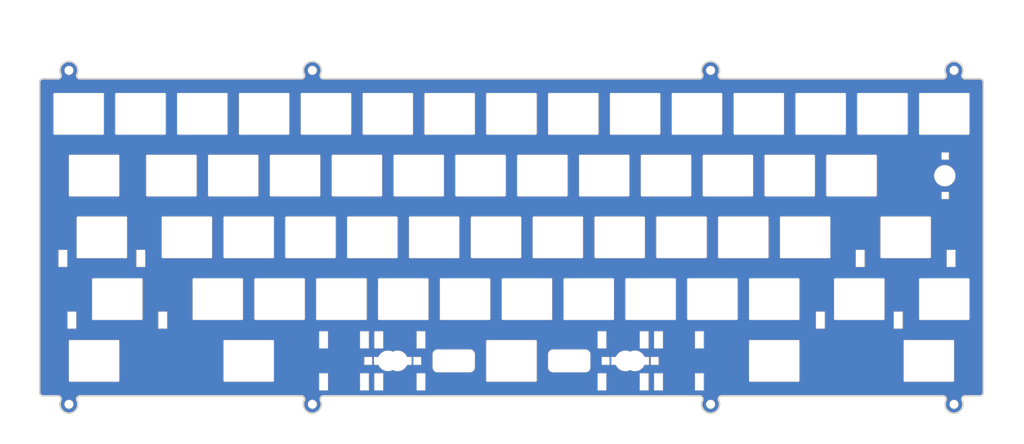
<source format=kicad_pcb>
(kicad_pcb (version 20171130) (host pcbnew "(5.1.10)-1")
  (layers (0 F.Cu signal) (31 B.Cu signal) (34 B.Paste user) (35 F.Paste user) (36 B.SilkS user) (37 F.SilkS user) (38 B.Mask user) (39 F.Mask user) (44 Edge.Cuts user))
  (net 0 "")
  (gr_arc (start 204.467164 44.740207) (end 203.562755 44.313541) (angle -115.2562037) (layer Edge.Cuts) (width 0.5))
  (gr_arc (start 201.07563 43.140207) (end 203.562755 44.313541) (angle -230.5124073) (layer Edge.Cuts) (width 0.5))
  (gr_arc (start 197.684097 44.740207) (end 197.684097 45.740207) (angle -115.2562037) (layer Edge.Cuts) (width 0.5))
  (gr_line (start 81.767814 45.740207) (end 197.684097 45.740207) (layer Edge.Cuts) (width 0.5))
  (gr_arc (start 81.767814 44.740207) (end 80.863405 44.313541) (angle -115.2562037) (layer Edge.Cuts) (width 0.5))
  (gr_arc (start 78.37628 43.140207) (end 80.863405 44.313541) (angle -230.5124073) (layer Edge.Cuts) (width 0.5))
  (gr_arc (start 74.984747 44.740207) (end 74.984747 45.740207) (angle -115.2562037) (layer Edge.Cuts) (width 0.5))
  (gr_line (start 6.767814 45.740207) (end 74.984747 45.740207) (layer Edge.Cuts) (width 0.5))
  (gr_arc (start 6.767814 44.740207) (end 5.863405 44.313541) (angle -115.2562037) (layer Edge.Cuts) (width 0.5))
  (gr_arc (start 3.37628 43.140207) (end 5.863405 44.313541) (angle -230.5124073) (layer Edge.Cuts) (width 0.5))
  (gr_arc (start -0.015253 44.740207) (end -0.015253 45.740207) (angle -115.2562037) (layer Edge.Cuts) (width 0.5))
  (gr_line (start -4.62372 45.740207) (end -0.015253 45.740207) (layer Edge.Cuts) (width 0.5))
  (gr_arc (start -4.62372 46.740207) (end -4.62372 45.740207) (angle -90) (layer Edge.Cuts) (width 0.5))
  (gr_line (start -5.623719 142.539537) (end -5.623719 46.740207) (layer Edge.Cuts) (width 0.5))
  (gr_arc (start -4.62372 142.539537) (end -5.623719 142.539537) (angle -90) (layer Edge.Cuts) (width 0.5))
  (gr_line (start -0.015253 143.539537) (end -4.62372 143.539537) (layer Edge.Cuts) (width 0.5))
  (gr_arc (start -0.015253 144.539537) (end 0.889156 144.966204) (angle -115.2562037) (layer Edge.Cuts) (width 0.5))
  (gr_arc (start 3.37628 146.139537) (end 0.889156 144.966204) (angle -230.5124073) (layer Edge.Cuts) (width 0.5))
  (gr_arc (start 6.767814 144.539537) (end 6.767814 143.539537) (angle -115.2562037) (layer Edge.Cuts) (width 0.5))
  (gr_line (start 74.984747 143.539537) (end 6.767814 143.539537) (layer Edge.Cuts) (width 0.5))
  (gr_arc (start 74.984747 144.539537) (end 75.889156 144.966204) (angle -115.2562037) (layer Edge.Cuts) (width 0.5))
  (gr_arc (start 78.37628 146.139537) (end 75.889156 144.966204) (angle -230.5124073) (layer Edge.Cuts) (width 0.5))
  (gr_arc (start 81.767814 144.539537) (end 81.767814 143.539537) (angle -115.2562037) (layer Edge.Cuts) (width 0.5))
  (gr_line (start 197.684097 143.539537) (end 81.767814 143.539537) (layer Edge.Cuts) (width 0.5))
  (gr_arc (start 197.684097 144.539537) (end 198.588506 144.966204) (angle -115.2562037) (layer Edge.Cuts) (width 0.5))
  (gr_arc (start 201.07563 146.139537) (end 198.588506 144.966204) (angle -230.5124073) (layer Edge.Cuts) (width 0.5))
  (gr_arc (start 204.467164 144.539537) (end 204.467164 143.539537) (angle -115.2562037) (layer Edge.Cuts) (width 0.5))
  (gr_line (start 272.684097 143.539537) (end 204.467164 143.539537) (layer Edge.Cuts) (width 0.5))
  (gr_arc (start 272.684097 144.539537) (end 273.588506 144.966204) (angle -115.2562037) (layer Edge.Cuts) (width 0.5))
  (gr_arc (start 276.07563 146.139537) (end 273.588506 144.966204) (angle -230.5124073) (layer Edge.Cuts) (width 0.5))
  (gr_arc (start 279.467164 144.539537) (end 279.467164 143.539537) (angle -115.2562037) (layer Edge.Cuts) (width 0.5))
  (gr_line (start 284.07563 143.539537) (end 279.467164 143.539537) (layer Edge.Cuts) (width 0.5))
  (gr_arc (start 284.07563 142.539537) (end 284.07563 143.539537) (angle -90) (layer Edge.Cuts) (width 0.5))
  (gr_line (start 285.07563 46.740207) (end 285.07563 142.539537) (layer Edge.Cuts) (width 0.5))
  (gr_arc (start 284.07563 46.740207) (end 285.07563 46.740207) (angle -90) (layer Edge.Cuts) (width 0.5))
  (gr_line (start 279.467164 45.740207) (end 284.07563 45.740207) (layer Edge.Cuts) (width 0.5))
  (gr_arc (start 279.467164 44.740207) (end 278.562755 44.313541) (angle -115.2562037) (layer Edge.Cuts) (width 0.5))
  (gr_arc (start 276.07563 43.140207) (end 278.562755 44.313541) (angle -230.5124073) (layer Edge.Cuts) (width 0.5))
  (gr_arc (start 272.684097 44.740207) (end 272.684097 45.740207) (angle -115.2562037) (layer Edge.Cuts) (width 0.5))
  (gr_line (start 204.467164 45.740207) (end 272.684097 45.740207) (layer Edge.Cuts) (width 0.5))
  (gr_arc (start 51.926479 50.44038) (end 52.226479 50.44038) (angle -90) (layer Edge.Cuts) (width 0.1))
  (gr_line (start 52.226479 50.44038) (end 52.22648 62.64038) (layer Edge.Cuts) (width 0.1))
  (gr_circle (center 201.07563 146.139537) (end 199.72563 146.139537) (layer Edge.Cuts) (width 0.1))
  (gr_circle (center 78.37628 146.139537) (end 77.02628 146.139537) (layer Edge.Cuts) (width 0.1))
  (gr_circle (center 3.37628 146.139537) (end 2.02628 146.139537) (layer Edge.Cuts) (width 0.1))
  (gr_circle (center 273.239636 75.640643) (end 270.001136 75.640643) (layer Edge.Cuts) (width 0.1))
  (gr_circle (center 201.07563 43.140207) (end 199.72563 43.140207) (layer Edge.Cuts) (width 0.1))
  (gr_circle (center 276.07563 43.140207) (end 274.72563 43.140207) (layer Edge.Cuts) (width 0.1))
  (gr_circle (center 276.07563 146.139537) (end 274.72563 146.139537) (layer Edge.Cuts) (width 0.1))
  (gr_circle (center 3.37628 43.140207) (end 2.02628 43.140207) (layer Edge.Cuts) (width 0.1))
  (gr_circle (center 78.37628 43.140207) (end 77.02628 43.140207) (layer Edge.Cuts) (width 0.1))
  (gr_line (start 79.58898 119.79038) (end 79.58898 107.59038) (layer Edge.Cuts) (width 0.1))
  (gr_arc (start 79.88898 119.79038) (end 79.58898 119.79038) (angle -90) (layer Edge.Cuts) (width 0.1))
  (gr_line (start 94.78898 120.09038) (end 79.88898 120.09038) (layer Edge.Cuts) (width 0.1))
  (gr_arc (start 94.78898 119.790381) (end 94.78898 120.09038) (angle -90) (layer Edge.Cuts) (width 0.1))
  (gr_line (start 95.08898 107.59038) (end 95.08898 119.79038) (layer Edge.Cuts) (width 0.1))
  (gr_arc (start 94.78898 107.59038) (end 95.08898 107.59038) (angle -90) (layer Edge.Cuts) (width 0.1))
  (gr_line (start 79.88898 107.29038) (end 94.78898 107.29038) (layer Edge.Cuts) (width 0.1))
  (gr_arc (start 79.88898 107.59038) (end 79.88898 107.29038) (angle -90) (layer Edge.Cuts) (width 0.1))
  (gr_line (start 2.85523 103.72538) (end 2.85523 98.51538) (layer Edge.Cuts) (width 0.1))
  (gr_line (start 0.185229 103.72538) (end 2.85523 103.72538) (layer Edge.Cuts) (width 0.1))
  (gr_line (start 0.185229 98.51538) (end 0.185229 103.72538) (layer Edge.Cuts) (width 0.1))
  (gr_line (start 2.85523 98.51538) (end 0.185229 98.51538) (layer Edge.Cuts) (width 0.1))
  (gr_arc (start 132.27648 62.64038) (end 131.97648 62.64038) (angle -90) (layer Edge.Cuts) (width 0.1))
  (gr_line (start 131.97648 50.44038) (end 131.97648 62.64038) (layer Edge.Cuts) (width 0.1))
  (gr_arc (start 132.27648 50.44038) (end 132.27648 50.14038) (angle -90) (layer Edge.Cuts) (width 0.1))
  (gr_line (start 147.17648 50.14038) (end 132.27648 50.14038) (layer Edge.Cuts) (width 0.1))
  (gr_arc (start 147.17648 50.44038) (end 147.47648 50.44038) (angle -90) (layer Edge.Cuts) (width 0.1))
  (gr_line (start 147.47648 62.64038) (end 147.47648 50.44038) (layer Edge.Cuts) (width 0.1))
  (gr_arc (start 147.17648 62.64038) (end 147.17648 62.94038) (angle -90) (layer Edge.Cuts) (width 0.1))
  (gr_line (start 132.27648 62.94038) (end 147.17648 62.94038) (layer Edge.Cuts) (width 0.1))
  (gr_line (start 265.62648 107.290381) (end 280.52648 107.29038) (layer Edge.Cuts) (width 0.1))
  (gr_arc (start 265.62648 107.59038) (end 265.62648 107.290381) (angle -90) (layer Edge.Cuts) (width 0.1))
  (gr_line (start 265.32648 119.79038) (end 265.32648 107.59038) (layer Edge.Cuts) (width 0.1))
  (gr_arc (start 265.62648 119.79038) (end 265.32648 119.79038) (angle -90) (layer Edge.Cuts) (width 0.1))
  (gr_line (start 280.52648 120.09038) (end 265.62648 120.09038) (layer Edge.Cuts) (width 0.1))
  (gr_arc (start 280.52648 119.79038) (end 280.52648 120.09038) (angle -90) (layer Edge.Cuts) (width 0.1))
  (gr_line (start 280.82648 107.59038) (end 280.82648 119.79038) (layer Edge.Cuts) (width 0.1))
  (gr_arc (start 280.52648 107.590381) (end 280.82648 107.59038) (angle -90) (layer Edge.Cuts) (width 0.1))
  (gr_line (start 175.75148 81.990381) (end 160.85148 81.99038) (layer Edge.Cuts) (width 0.1))
  (gr_arc (start 175.751479 81.69038) (end 175.75148 81.990381) (angle -90) (layer Edge.Cuts) (width 0.1))
  (gr_line (start 176.05148 69.49038) (end 176.05148 81.69038) (layer Edge.Cuts) (width 0.1))
  (gr_arc (start 175.75148 69.49038) (end 176.05148 69.49038) (angle -90) (layer Edge.Cuts) (width 0.1))
  (gr_line (start 160.85148 69.19038) (end 175.75148 69.190381) (layer Edge.Cuts) (width 0.1))
  (gr_arc (start 160.85148 69.49038) (end 160.85148 69.19038) (angle -90) (layer Edge.Cuts) (width 0.1))
  (gr_line (start 160.55148 81.69038) (end 160.55148 69.49038) (layer Edge.Cuts) (width 0.1))
  (gr_arc (start 160.85148 81.69038) (end 160.55148 81.69038) (angle -90) (layer Edge.Cuts) (width 0.1))
  (gr_line (start 74.82648 62.64038) (end 74.82648 50.44038) (layer Edge.Cuts) (width 0.1))
  (gr_arc (start 75.12648 62.64038) (end 74.82648 62.64038) (angle -90) (layer Edge.Cuts) (width 0.1))
  (gr_line (start 90.02648 62.94038) (end 75.12648 62.94038) (layer Edge.Cuts) (width 0.1))
  (gr_arc (start 90.02648 62.64038) (end 90.02648 62.94038) (angle -90) (layer Edge.Cuts) (width 0.1))
  (gr_line (start 90.32648 50.44038) (end 90.32648 62.64038) (layer Edge.Cuts) (width 0.1))
  (gr_arc (start 90.02648 50.44038) (end 90.32648 50.44038) (angle -90) (layer Edge.Cuts) (width 0.1))
  (gr_line (start 75.12648 50.14038) (end 90.02648 50.14038) (layer Edge.Cuts) (width 0.1))
  (gr_arc (start 75.126479 50.44038) (end 75.12648 50.14038) (angle -90) (layer Edge.Cuts) (width 0.1))
  (gr_line (start 166.27618 141.823731) (end 168.94318 141.823731) (layer Edge.Cuts) (width 0.1))
  (gr_line (start 166.27618 136.616031) (end 166.27618 141.823731) (layer Edge.Cuts) (width 0.1))
  (gr_line (start 168.94318 136.616031) (end 166.27618 136.616031) (layer Edge.Cuts) (width 0.1))
  (gr_line (start 168.94318 141.823731) (end 168.94318 136.616031) (layer Edge.Cuts) (width 0.1))
  (gr_arc (start 146.56398 100.740381) (end 146.26398 100.74038) (angle -90) (layer Edge.Cuts) (width 0.1))
  (gr_line (start 146.26398 88.54038) (end 146.26398 100.74038) (layer Edge.Cuts) (width 0.1))
  (gr_arc (start 146.56398 88.54038) (end 146.56398 88.24038) (angle -90) (layer Edge.Cuts) (width 0.1))
  (gr_line (start 161.46398 88.24038) (end 146.56398 88.24038) (layer Edge.Cuts) (width 0.1))
  (gr_arc (start 161.463979 88.540381) (end 161.76398 88.54038) (angle -90) (layer Edge.Cuts) (width 0.1))
  (gr_line (start 161.76398 100.74038) (end 161.76398 88.54038) (layer Edge.Cuts) (width 0.1))
  (gr_arc (start 161.46398 100.740381) (end 161.46398 101.04038) (angle -90) (layer Edge.Cuts) (width 0.1))
  (gr_line (start 146.56398 101.04038) (end 161.46398 101.04038) (layer Edge.Cuts) (width 0.1))
  (gr_line (start 260.86398 126.340381) (end 275.76398 126.34038) (layer Edge.Cuts) (width 0.1))
  (gr_arc (start 260.863979 126.64038) (end 260.86398 126.340381) (angle -90) (layer Edge.Cuts) (width 0.1))
  (gr_line (start 260.56398 138.84038) (end 260.56398 126.64038) (layer Edge.Cuts) (width 0.1))
  (gr_arc (start 260.86398 138.84038) (end 260.56398 138.84038) (angle -90) (layer Edge.Cuts) (width 0.1))
  (gr_line (start 275.76398 139.14038) (end 260.86398 139.14038) (layer Edge.Cuts) (width 0.1))
  (gr_arc (start 275.76398 138.84038) (end 275.76398 139.14038) (angle -90) (layer Edge.Cuts) (width 0.1))
  (gr_line (start 276.06398 126.64038) (end 276.06398 138.84038) (layer Edge.Cuts) (width 0.1))
  (gr_arc (start 275.76398 126.64038) (end 276.06398 126.64038) (angle -90) (layer Edge.Cuts) (width 0.1))
  (gr_arc (start 151.93898 107.59038) (end 152.23898 107.59038) (angle -90) (layer Edge.Cuts) (width 0.1))
  (gr_line (start 152.23898 119.79038) (end 152.23898 107.59038) (layer Edge.Cuts) (width 0.1))
  (gr_arc (start 151.93898 119.790381) (end 151.93898 120.09038) (angle -90) (layer Edge.Cuts) (width 0.1))
  (gr_line (start 137.03898 120.090381) (end 151.93898 120.09038) (layer Edge.Cuts) (width 0.1))
  (gr_arc (start 137.03898 119.79038) (end 136.738979 119.79038) (angle -90) (layer Edge.Cuts) (width 0.1))
  (gr_line (start 136.73898 107.59038) (end 136.738979 119.79038) (layer Edge.Cuts) (width 0.1))
  (gr_arc (start 137.038979 107.59038) (end 137.03898 107.29038) (angle -90) (layer Edge.Cuts) (width 0.1))
  (gr_line (start 151.93898 107.29038) (end 137.03898 107.29038) (layer Edge.Cuts) (width 0.1))
  (gr_line (start 168.94318 128.863731) (end 168.94318 123.656031) (layer Edge.Cuts) (width 0.1))
  (gr_line (start 166.27618 128.863731) (end 168.94318 128.863731) (layer Edge.Cuts) (width 0.1))
  (gr_line (start 166.27618 123.656031) (end 166.27618 128.863731) (layer Edge.Cuts) (width 0.1))
  (gr_line (start 168.94318 123.656031) (end 166.27618 123.656031) (layer Edge.Cuts) (width 0.1))
  (gr_line (start 37.02648 50.14038) (end 51.92648 50.14038) (layer Edge.Cuts) (width 0.1))
  (gr_arc (start 37.02648 50.44038) (end 37.02648 50.14038) (angle -90) (layer Edge.Cuts) (width 0.1))
  (gr_line (start 36.72648 62.64038) (end 36.72648 50.44038) (layer Edge.Cuts) (width 0.1))
  (gr_arc (start 37.02648 62.64038) (end 36.72648 62.64038) (angle -90) (layer Edge.Cuts) (width 0.1))
  (gr_line (start 51.92648 62.94038) (end 37.02648 62.94038) (layer Edge.Cuts) (width 0.1))
  (gr_arc (start 51.926479 62.64038) (end 51.92648 62.94038) (angle -90) (layer Edge.Cuts) (width 0.1))
  (gr_line (start 41.78898 107.29038) (end 56.68898 107.29038) (layer Edge.Cuts) (width 0.1))
  (gr_arc (start 41.78898 107.59038) (end 41.78898 107.29038) (angle -90) (layer Edge.Cuts) (width 0.1))
  (gr_line (start 41.48898 119.79038) (end 41.48898 107.59038) (layer Edge.Cuts) (width 0.1))
  (gr_arc (start 41.78898 119.79038) (end 41.48898 119.79038) (angle -90) (layer Edge.Cuts) (width 0.1))
  (gr_line (start 56.68898 120.09038) (end 41.78898 120.09038) (layer Edge.Cuts) (width 0.1))
  (gr_arc (start 56.68898 119.79038) (end 56.68898 120.09038) (angle -90) (layer Edge.Cuts) (width 0.1))
  (gr_line (start 56.98898 107.59038) (end 56.98898 119.79038) (layer Edge.Cuts) (width 0.1))
  (gr_arc (start 56.68898 107.59038) (end 56.98898 107.59038) (angle -90) (layer Edge.Cuts) (width 0.1))
  (gr_line (start 56.07648 50.14038) (end 70.97648 50.14038) (layer Edge.Cuts) (width 0.1))
  (gr_arc (start 56.07648 50.44038) (end 56.07648 50.14038) (angle -90) (layer Edge.Cuts) (width 0.1))
  (gr_line (start 55.776479 62.64038) (end 55.77648 50.44038) (layer Edge.Cuts) (width 0.1))
  (gr_arc (start 56.07648 62.64038) (end 55.776479 62.64038) (angle -90) (layer Edge.Cuts) (width 0.1))
  (gr_line (start 70.97648 62.94038) (end 56.07648 62.94038) (layer Edge.Cuts) (width 0.1))
  (gr_arc (start 70.976479 62.64038) (end 70.97648 62.94038) (angle -90) (layer Edge.Cuts) (width 0.1))
  (gr_line (start 71.27648 50.44038) (end 71.27648 62.64038) (layer Edge.Cuts) (width 0.1))
  (gr_arc (start 70.97648 50.44038) (end 71.27648 50.44038) (angle -90) (layer Edge.Cuts) (width 0.1))
  (gr_line (start 272.247438 70.623984) (end 274.431838 70.623984) (layer Edge.Cuts) (width 0.1))
  (gr_line (start 272.247438 68.490384) (end 272.247438 70.623984) (layer Edge.Cuts) (width 0.1))
  (gr_line (start 274.431838 68.490384) (end 272.247438 68.490384) (layer Edge.Cuts) (width 0.1))
  (gr_line (start 274.431838 70.623984) (end 274.431838 68.490384) (layer Edge.Cuts) (width 0.1))
  (gr_line (start 228.43898 126.64038) (end 228.43898 138.84038) (layer Edge.Cuts) (width 0.1))
  (gr_arc (start 228.13898 126.64038) (end 228.43898 126.64038) (angle -90) (layer Edge.Cuts) (width 0.1))
  (gr_line (start 213.23898 126.340381) (end 228.13898 126.34038) (layer Edge.Cuts) (width 0.1))
  (gr_arc (start 213.238979 126.64038) (end 213.23898 126.340381) (angle -90) (layer Edge.Cuts) (width 0.1))
  (gr_line (start 212.93898 138.84038) (end 212.93898 126.64038) (layer Edge.Cuts) (width 0.1))
  (gr_arc (start 213.23898 138.84038) (end 212.93898 138.84038) (angle -90) (layer Edge.Cuts) (width 0.1))
  (gr_line (start 228.13898 139.14038) (end 213.23898 139.140381) (layer Edge.Cuts) (width 0.1))
  (gr_arc (start 228.13898 138.84038) (end 228.13898 139.14038) (angle -90) (layer Edge.Cuts) (width 0.1))
  (gr_arc (start 27.50148 81.69038) (end 27.20148 81.69038) (angle -90) (layer Edge.Cuts) (width 0.1))
  (gr_line (start 27.201479 69.49038) (end 27.20148 81.69038) (layer Edge.Cuts) (width 0.1))
  (gr_arc (start 27.501479 69.49038) (end 27.50148 69.19038) (angle -90) (layer Edge.Cuts) (width 0.1))
  (gr_line (start 42.40148 69.19038) (end 27.50148 69.19038) (layer Edge.Cuts) (width 0.1))
  (gr_arc (start 42.40148 69.49038) (end 42.701479 69.49038) (angle -90) (layer Edge.Cuts) (width 0.1))
  (gr_line (start 42.701479 81.69038) (end 42.701479 69.49038) (layer Edge.Cuts) (width 0.1))
  (gr_arc (start 42.40148 81.69038) (end 42.40148 81.99038) (angle -90) (layer Edge.Cuts) (width 0.1))
  (gr_line (start 27.501479 81.99038) (end 42.40148 81.99038) (layer Edge.Cuts) (width 0.1))
  (gr_line (start 280.52648 62.940381) (end 265.62648 62.94038) (layer Edge.Cuts) (width 0.1))
  (gr_arc (start 280.52648 62.64038) (end 280.52648 62.940381) (angle -90) (layer Edge.Cuts) (width 0.1))
  (gr_line (start 280.82648 50.44038) (end 280.82648 62.64038) (layer Edge.Cuts) (width 0.1))
  (gr_arc (start 280.526479 50.440381) (end 280.82648 50.44038) (angle -90) (layer Edge.Cuts) (width 0.1))
  (gr_line (start 265.62648 50.14038) (end 280.52648 50.14038) (layer Edge.Cuts) (width 0.1))
  (gr_arc (start 265.62648 50.44038) (end 265.62648 50.14038) (angle -90) (layer Edge.Cuts) (width 0.1))
  (gr_line (start 265.32648 62.64038) (end 265.32648 50.44038) (layer Edge.Cuts) (width 0.1))
  (gr_arc (start 265.62648 62.640381) (end 265.32648 62.64038) (angle -90) (layer Edge.Cuts) (width 0.1))
  (gr_arc (start 80.50148 69.49038) (end 80.801479 69.49038) (angle -90) (layer Edge.Cuts) (width 0.1))
  (gr_line (start 80.80148 81.69038) (end 80.801479 69.49038) (layer Edge.Cuts) (width 0.1))
  (gr_arc (start 80.50148 81.69038) (end 80.50148 81.99038) (angle -90) (layer Edge.Cuts) (width 0.1))
  (gr_line (start 65.60148 81.99038) (end 80.50148 81.99038) (layer Edge.Cuts) (width 0.1))
  (gr_arc (start 65.60148 81.69038) (end 65.30148 81.69038) (angle -90) (layer Edge.Cuts) (width 0.1))
  (gr_line (start 65.301479 69.49038) (end 65.30148 81.69038) (layer Edge.Cuts) (width 0.1))
  (gr_arc (start 65.601479 69.49038) (end 65.60148 69.19038) (angle -90) (layer Edge.Cuts) (width 0.1))
  (gr_line (start 80.50148 69.19038) (end 65.60148 69.19038) (layer Edge.Cuts) (width 0.1))
  (gr_arc (start 253.72023 88.54038) (end 253.72023 88.24038) (angle -90) (layer Edge.Cuts) (width 0.1))
  (gr_line (start 268.62023 88.24038) (end 253.72023 88.24038) (layer Edge.Cuts) (width 0.1))
  (gr_arc (start 268.62023 88.54038) (end 268.92023 88.54038) (angle -90) (layer Edge.Cuts) (width 0.1))
  (gr_line (start 268.92023 100.74038) (end 268.92023 88.54038) (layer Edge.Cuts) (width 0.1))
  (gr_arc (start 268.62023 100.74038) (end 268.62023 101.04038) (angle -90) (layer Edge.Cuts) (width 0.1))
  (gr_line (start 253.72023 101.04038) (end 268.62023 101.04038) (layer Edge.Cuts) (width 0.1))
  (gr_arc (start 253.72023 100.74038) (end 253.42023 100.74038) (angle -90) (layer Edge.Cuts) (width 0.1))
  (gr_line (start 253.42023 88.54038) (end 253.42023 100.74038) (layer Edge.Cuts) (width 0.1))
  (gr_line (start 198.95148 69.19038) (end 213.85148 69.19038) (layer Edge.Cuts) (width 0.1))
  (gr_arc (start 198.95148 69.49038) (end 198.95148 69.19038) (angle -90) (layer Edge.Cuts) (width 0.1))
  (gr_line (start 198.65148 81.69038) (end 198.65148 69.49038) (layer Edge.Cuts) (width 0.1))
  (gr_arc (start 198.95148 81.69038) (end 198.65148 81.69038) (angle -90) (layer Edge.Cuts) (width 0.1))
  (gr_line (start 213.85148 81.99038) (end 198.95148 81.99038) (layer Edge.Cuts) (width 0.1))
  (gr_arc (start 213.85148 81.69038) (end 213.85148 81.99038) (angle -90) (layer Edge.Cuts) (width 0.1))
  (gr_line (start 214.15148 69.49038) (end 214.15148 81.69038) (layer Edge.Cuts) (width 0.1))
  (gr_arc (start 213.85148 69.49038) (end 214.15148 69.49038) (angle -90) (layer Edge.Cuts) (width 0.1))
  (gr_arc (start 254.33273 107.590381) (end 254.63273 107.59038) (angle -90) (layer Edge.Cuts) (width 0.1))
  (gr_line (start 254.63273 119.79038) (end 254.63273 107.59038) (layer Edge.Cuts) (width 0.1))
  (gr_arc (start 254.33273 119.79038) (end 254.33273 120.090381) (angle -90) (layer Edge.Cuts) (width 0.1))
  (gr_line (start 239.43273 120.090381) (end 254.33273 120.090381) (layer Edge.Cuts) (width 0.1))
  (gr_arc (start 239.43273 119.79038) (end 239.13273 119.79038) (angle -90) (layer Edge.Cuts) (width 0.1))
  (gr_line (start 239.13273 107.59038) (end 239.13273 119.79038) (layer Edge.Cuts) (width 0.1))
  (gr_arc (start 239.43273 107.59038) (end 239.43273 107.29038) (angle -90) (layer Edge.Cuts) (width 0.1))
  (gr_line (start 254.33273 107.29038) (end 239.43273 107.29038) (layer Edge.Cuts) (width 0.1))
  (gr_line (start 218.91398 88.54038) (end 218.91398 100.74038) (layer Edge.Cuts) (width 0.1))
  (gr_arc (start 218.61398 88.54038) (end 218.91398 88.54038) (angle -90) (layer Edge.Cuts) (width 0.1))
  (gr_line (start 203.71398 88.24038) (end 218.61398 88.24038) (layer Edge.Cuts) (width 0.1))
  (gr_arc (start 203.71398 88.54038) (end 203.71398 88.24038) (angle -90) (layer Edge.Cuts) (width 0.1))
  (gr_line (start 203.41398 100.74038) (end 203.41398 88.54038) (layer Edge.Cuts) (width 0.1))
  (gr_arc (start 203.71398 100.74038) (end 203.41398 100.74038) (angle -90) (layer Edge.Cuts) (width 0.1))
  (gr_line (start 218.61398 101.04038) (end 203.71398 101.04038) (layer Edge.Cuts) (width 0.1))
  (gr_arc (start 218.61398 100.74038) (end 218.61398 101.04038) (angle -90) (layer Edge.Cuts) (width 0.1))
  (gr_arc (start 194.80148 81.69038) (end 194.80148 81.99038) (angle -90) (layer Edge.Cuts) (width 0.1))
  (gr_line (start 179.90148 81.99038) (end 194.80148 81.99038) (layer Edge.Cuts) (width 0.1))
  (gr_arc (start 179.90148 81.69038) (end 179.60148 81.69038) (angle -90) (layer Edge.Cuts) (width 0.1))
  (gr_line (start 179.60148 69.49038) (end 179.60148 81.69038) (layer Edge.Cuts) (width 0.1))
  (gr_arc (start 179.901479 69.49038) (end 179.90148 69.19038) (angle -90) (layer Edge.Cuts) (width 0.1))
  (gr_line (start 194.80148 69.19038) (end 179.90148 69.19038) (layer Edge.Cuts) (width 0.1))
  (gr_arc (start 194.80148 69.49038) (end 195.10148 69.49038) (angle -90) (layer Edge.Cuts) (width 0.1))
  (gr_line (start 195.10148 81.69038) (end 195.10148 69.49038) (layer Edge.Cuts) (width 0.1))
  (gr_arc (start 151.32648 62.64038) (end 151.02648 62.64038) (angle -90) (layer Edge.Cuts) (width 0.1))
  (gr_line (start 151.02648 50.44038) (end 151.02648 62.64038) (layer Edge.Cuts) (width 0.1))
  (gr_arc (start 151.32648 50.44038) (end 151.32648 50.14038) (angle -90) (layer Edge.Cuts) (width 0.1))
  (gr_line (start 166.22648 50.14038) (end 151.32648 50.14038) (layer Edge.Cuts) (width 0.1))
  (gr_arc (start 166.22648 50.440381) (end 166.52648 50.44038) (angle -90) (layer Edge.Cuts) (width 0.1))
  (gr_line (start 166.52648 62.64038) (end 166.52648 50.44038) (layer Edge.Cuts) (width 0.1))
  (gr_arc (start 166.22648 62.64038) (end 166.22648 62.94038) (angle -90) (layer Edge.Cuts) (width 0.1))
  (gr_line (start 151.32648 62.94038) (end 166.22648 62.94038) (layer Edge.Cuts) (width 0.1))
  (gr_line (start 5.617729 117.56538) (end 2.947729 117.56538) (layer Edge.Cuts) (width 0.1))
  (gr_line (start 5.617729 122.77538) (end 5.617729 117.56538) (layer Edge.Cuts) (width 0.1))
  (gr_line (start 2.947729 122.77538) (end 5.617729 122.77538) (layer Edge.Cuts) (width 0.1))
  (gr_line (start 2.947729 117.56538) (end 2.947729 122.77538) (layer Edge.Cuts) (width 0.1))
  (gr_arc (start 60.83898 119.79038) (end 60.53898 119.79038) (angle -90) (layer Edge.Cuts) (width 0.1))
  (gr_line (start 60.53898 107.59038) (end 60.53898 119.79038) (layer Edge.Cuts) (width 0.1))
  (gr_arc (start 60.83898 107.59038) (end 60.83898 107.29038) (angle -90) (layer Edge.Cuts) (width 0.1))
  (gr_line (start 75.738979 107.29038) (end 60.83898 107.29038) (layer Edge.Cuts) (width 0.1))
  (gr_arc (start 75.73898 107.59038) (end 76.03898 107.59038) (angle -90) (layer Edge.Cuts) (width 0.1))
  (gr_line (start 76.038979 119.79038) (end 76.03898 107.59038) (layer Edge.Cuts) (width 0.1))
  (gr_arc (start 75.73898 119.790381) (end 75.738979 120.09038) (angle -90) (layer Edge.Cuts) (width 0.1))
  (gr_line (start 60.83898 120.09038) (end 75.738979 120.09038) (layer Edge.Cuts) (width 0.1))
  (gr_line (start 260.21773 122.77538) (end 260.21773 117.56538) (layer Edge.Cuts) (width 0.1))
  (gr_line (start 257.54773 122.77538) (end 260.21773 122.77538) (layer Edge.Cuts) (width 0.1))
  (gr_line (start 257.54773 117.56538) (end 257.54773 122.77538) (layer Edge.Cuts) (width 0.1))
  (gr_line (start 260.21773 117.56538) (end 257.54773 117.56538) (layer Edge.Cuts) (width 0.1))
  (gr_line (start 17.97648 50.14038) (end 32.87648 50.14038) (layer Edge.Cuts) (width 0.1))
  (gr_arc (start 17.97648 50.44038) (end 17.97648 50.14038) (angle -90) (layer Edge.Cuts) (width 0.1))
  (gr_line (start 17.676479 62.64038) (end 17.67648 50.44038) (layer Edge.Cuts) (width 0.1))
  (gr_arc (start 17.97648 62.64038) (end 17.676479 62.64038) (angle -90) (layer Edge.Cuts) (width 0.1))
  (gr_line (start 32.87648 62.94038) (end 17.976479 62.94038) (layer Edge.Cuts) (width 0.1))
  (gr_arc (start 32.876479 62.64038) (end 32.87648 62.94038) (angle -90) (layer Edge.Cuts) (width 0.1))
  (gr_line (start 33.17648 50.44038) (end 33.17648 62.64038) (layer Edge.Cuts) (width 0.1))
  (gr_arc (start 32.876479 50.44038) (end 33.17648 50.44038) (angle -90) (layer Edge.Cuts) (width 0.1))
  (gr_line (start 21.27023 88.54038) (end 21.27023 100.74038) (layer Edge.Cuts) (width 0.1))
  (gr_arc (start 20.97023 88.54038) (end 21.27023 88.54038) (angle -90) (layer Edge.Cuts) (width 0.1))
  (gr_line (start 6.07023 88.24038) (end 20.97023 88.24038) (layer Edge.Cuts) (width 0.1))
  (gr_arc (start 6.070229 88.54038) (end 6.07023 88.24038) (angle -90) (layer Edge.Cuts) (width 0.1))
  (gr_line (start 5.77023 100.74038) (end 5.770229 88.54038) (layer Edge.Cuts) (width 0.1))
  (gr_arc (start 6.07023 100.74038) (end 5.77023 100.74038) (angle -90) (layer Edge.Cuts) (width 0.1))
  (gr_line (start 20.97023 101.04038) (end 6.07023 101.04038) (layer Edge.Cuts) (width 0.1))
  (gr_arc (start 20.97023 100.74038) (end 20.97023 101.04038) (angle -90) (layer Edge.Cuts) (width 0.1))
  (gr_line (start 272.247438 82.790902) (end 274.431838 82.790902) (layer Edge.Cuts) (width 0.1))
  (gr_line (start 272.247438 80.657302) (end 272.247438 82.790902) (layer Edge.Cuts) (width 0.1))
  (gr_line (start 274.431838 80.657302) (end 272.247438 80.657302) (layer Edge.Cuts) (width 0.1))
  (gr_line (start 274.431838 82.790902) (end 274.431838 80.657302) (layer Edge.Cuts) (width 0.1))
  (gr_line (start 26.85523 103.72538) (end 26.85523 98.51538) (layer Edge.Cuts) (width 0.1))
  (gr_line (start 24.18523 103.72538) (end 26.85523 103.72538) (layer Edge.Cuts) (width 0.1))
  (gr_line (start 24.18523 98.51538) (end 24.18523 103.72538) (layer Edge.Cuts) (width 0.1))
  (gr_line (start 26.85523 98.51538) (end 24.18523 98.51538) (layer Edge.Cuts) (width 0.1))
  (gr_arc (start 13.826479 50.44038) (end 14.12648 50.44038) (angle -90) (layer Edge.Cuts) (width 0.1))
  (gr_line (start 14.12648 62.64038) (end 14.12648 50.44038) (layer Edge.Cuts) (width 0.1))
  (gr_arc (start 13.826479 62.64038) (end 13.82648 62.94038) (angle -90) (layer Edge.Cuts) (width 0.1))
  (gr_line (start -1.07352 62.94038) (end 13.82648 62.94038) (layer Edge.Cuts) (width 0.1))
  (gr_arc (start -1.07352 62.64038) (end -1.373521 62.64038) (angle -90) (layer Edge.Cuts) (width 0.1))
  (gr_line (start -1.37352 50.44038) (end -1.373521 62.64038) (layer Edge.Cuts) (width 0.1))
  (gr_arc (start -1.07352 50.44038) (end -1.07352 50.14038) (angle -90) (layer Edge.Cuts) (width 0.1))
  (gr_line (start 13.82648 50.14038) (end -1.07352 50.14038) (layer Edge.Cuts) (width 0.1))
  (gr_line (start 70.36398 88.24038) (end 85.26398 88.24038) (layer Edge.Cuts) (width 0.1))
  (gr_arc (start 70.36398 88.54038) (end 70.36398 88.24038) (angle -90) (layer Edge.Cuts) (width 0.1))
  (gr_line (start 70.06398 100.74038) (end 70.06398 88.54038) (layer Edge.Cuts) (width 0.1))
  (gr_arc (start 70.36398 100.740381) (end 70.06398 100.74038) (angle -90) (layer Edge.Cuts) (width 0.1))
  (gr_line (start 85.26398 101.04038) (end 70.36398 101.04038) (layer Edge.Cuts) (width 0.1))
  (gr_arc (start 85.26398 100.74038) (end 85.26398 101.04038) (angle -90) (layer Edge.Cuts) (width 0.1))
  (gr_line (start 85.56398 88.54038) (end 85.56398 100.74038) (layer Edge.Cuts) (width 0.1))
  (gr_arc (start 85.26398 88.54038) (end 85.56398 88.54038) (angle -90) (layer Edge.Cuts) (width 0.1))
  (gr_line (start 3.38898 81.69038) (end 3.38898 69.49038) (layer Edge.Cuts) (width 0.1))
  (gr_arc (start 3.68898 81.69038) (end 3.38898 81.69038) (angle -90) (layer Edge.Cuts) (width 0.1))
  (gr_line (start 18.58898 81.99038) (end 3.688979 81.99038) (layer Edge.Cuts) (width 0.1))
  (gr_arc (start 18.588979 81.69038) (end 18.58898 81.99038) (angle -90) (layer Edge.Cuts) (width 0.1))
  (gr_line (start 18.88898 69.49038) (end 18.88898 81.69038) (layer Edge.Cuts) (width 0.1))
  (gr_arc (start 18.58898 69.49038) (end 18.88898 69.49038) (angle -90) (layer Edge.Cuts) (width 0.1))
  (gr_line (start 3.68898 69.19038) (end 18.58898 69.19038) (layer Edge.Cuts) (width 0.1))
  (gr_arc (start 3.688979 69.49038) (end 3.68898 69.19038) (angle -90) (layer Edge.Cuts) (width 0.1))
  (gr_arc (start 147.17648 126.64038) (end 147.47648 126.64038) (angle -90) (layer Edge.Cuts) (width 0.1))
  (gr_line (start 147.476479 138.84038) (end 147.47648 126.64038) (layer Edge.Cuts) (width 0.1))
  (gr_arc (start 147.176479 138.84038) (end 147.17648 139.14038) (angle -90) (layer Edge.Cuts) (width 0.1))
  (gr_line (start 132.27648 139.140381) (end 147.17648 139.14038) (layer Edge.Cuts) (width 0.1))
  (gr_arc (start 132.27648 138.84038) (end 131.97648 138.84038) (angle -90) (layer Edge.Cuts) (width 0.1))
  (gr_line (start 131.97648 126.64038) (end 131.97648 138.84038) (layer Edge.Cuts) (width 0.1))
  (gr_arc (start 132.27648 126.640381) (end 132.27648 126.34038) (angle -90) (layer Edge.Cuts) (width 0.1))
  (gr_line (start 147.17648 126.34038) (end 132.27648 126.34038) (layer Edge.Cuts) (width 0.1))
  (gr_arc (start 66.213979 100.74038) (end 66.21398 101.04038) (angle -90) (layer Edge.Cuts) (width 0.1))
  (gr_line (start 51.31398 101.04038) (end 66.21398 101.04038) (layer Edge.Cuts) (width 0.1))
  (gr_arc (start 51.31398 100.74038) (end 51.01398 100.74038) (angle -90) (layer Edge.Cuts) (width 0.1))
  (gr_line (start 51.01398 88.54038) (end 51.01398 100.74038) (layer Edge.Cuts) (width 0.1))
  (gr_arc (start 51.31398 88.54038) (end 51.31398 88.24038) (angle -90) (layer Edge.Cuts) (width 0.1))
  (gr_line (start 66.213979 88.24038) (end 51.31398 88.24038) (layer Edge.Cuts) (width 0.1))
  (gr_arc (start 66.213979 88.54038) (end 66.51398 88.54038) (angle -90) (layer Edge.Cuts) (width 0.1))
  (gr_line (start 66.51398 100.74038) (end 66.51398 88.54038) (layer Edge.Cuts) (width 0.1))
  (gr_arc (start 156.08898 107.59038) (end 156.08898 107.29038) (angle -90) (layer Edge.Cuts) (width 0.1))
  (gr_line (start 170.98898 107.29038) (end 156.08898 107.29038) (layer Edge.Cuts) (width 0.1))
  (gr_arc (start 170.98898 107.590381) (end 171.28898 107.59038) (angle -90) (layer Edge.Cuts) (width 0.1))
  (gr_line (start 171.28898 119.79038) (end 171.28898 107.59038) (layer Edge.Cuts) (width 0.1))
  (gr_arc (start 170.98898 119.790381) (end 170.98898 120.09038) (angle -90) (layer Edge.Cuts) (width 0.1))
  (gr_line (start 156.08898 120.090381) (end 170.98898 120.09038) (layer Edge.Cuts) (width 0.1))
  (gr_arc (start 156.08898 119.790381) (end 155.78898 119.79038) (angle -90) (layer Edge.Cuts) (width 0.1))
  (gr_line (start 155.788979 107.59038) (end 155.78898 119.79038) (layer Edge.Cuts) (width 0.1))
  (gr_arc (start 113.226479 50.44038) (end 113.226479 50.14038) (angle -90) (layer Edge.Cuts) (width 0.1))
  (gr_line (start 128.12648 50.14038) (end 113.226479 50.14038) (layer Edge.Cuts) (width 0.1))
  (gr_arc (start 128.126479 50.44038) (end 128.42648 50.44038) (angle -90) (layer Edge.Cuts) (width 0.1))
  (gr_line (start 128.42648 62.64038) (end 128.42648 50.44038) (layer Edge.Cuts) (width 0.1))
  (gr_arc (start 128.126479 62.64038) (end 128.12648 62.94038) (angle -90) (layer Edge.Cuts) (width 0.1))
  (gr_line (start 113.226479 62.94038) (end 128.12648 62.94038) (layer Edge.Cuts) (width 0.1))
  (gr_arc (start 113.226479 62.640381) (end 112.92648 62.64038) (angle -90) (layer Edge.Cuts) (width 0.1))
  (gr_line (start 112.92648 50.44038) (end 112.92648 62.64038) (layer Edge.Cuts) (width 0.1))
  (gr_arc (start 232.90148 81.69038) (end 232.90148 81.99038) (angle -90) (layer Edge.Cuts) (width 0.1))
  (gr_line (start 218.00148 81.99038) (end 232.90148 81.99038) (layer Edge.Cuts) (width 0.1))
  (gr_arc (start 218.00148 81.69038) (end 217.70148 81.69038) (angle -90) (layer Edge.Cuts) (width 0.1))
  (gr_line (start 217.70148 69.49038) (end 217.70148 81.69038) (layer Edge.Cuts) (width 0.1))
  (gr_arc (start 218.00148 69.49038) (end 218.00148 69.19038) (angle -90) (layer Edge.Cuts) (width 0.1))
  (gr_line (start 232.90148 69.19038) (end 218.00148 69.19038) (layer Edge.Cuts) (width 0.1))
  (gr_arc (start 232.90148 69.49038) (end 233.20148 69.49038) (angle -90) (layer Edge.Cuts) (width 0.1))
  (gr_line (start 233.20148 81.69038) (end 233.20148 69.49038) (layer Edge.Cuts) (width 0.1))
  (gr_arc (start 137.65148 81.690381) (end 137.65148 81.99038) (angle -90) (layer Edge.Cuts) (width 0.1))
  (gr_line (start 122.75148 81.99038) (end 137.65148 81.99038) (layer Edge.Cuts) (width 0.1))
  (gr_arc (start 122.75148 81.69038) (end 122.45148 81.69038) (angle -90) (layer Edge.Cuts) (width 0.1))
  (gr_line (start 122.45148 69.49038) (end 122.45148 81.69038) (layer Edge.Cuts) (width 0.1))
  (gr_arc (start 122.75148 69.49038) (end 122.75148 69.19038) (angle -90) (layer Edge.Cuts) (width 0.1))
  (gr_line (start 137.65148 69.190381) (end 122.75148 69.19038) (layer Edge.Cuts) (width 0.1))
  (gr_arc (start 137.65148 69.49038) (end 137.95148 69.49038) (angle -90) (layer Edge.Cuts) (width 0.1))
  (gr_line (start 137.95148 81.69038) (end 137.95148 69.49038) (layer Edge.Cuts) (width 0.1))
  (gr_line (start 252.25148 69.49038) (end 252.25148 81.69038) (layer Edge.Cuts) (width 0.1))
  (gr_arc (start 251.95148 69.49038) (end 252.25148 69.49038) (angle -90) (layer Edge.Cuts) (width 0.1))
  (gr_line (start 237.05148 69.19038) (end 251.95148 69.19038) (layer Edge.Cuts) (width 0.1))
  (gr_arc (start 237.051479 69.49038) (end 237.05148 69.19038) (angle -90) (layer Edge.Cuts) (width 0.1))
  (gr_line (start 236.75148 81.69038) (end 236.751479 69.49038) (layer Edge.Cuts) (width 0.1))
  (gr_arc (start 237.05148 81.69038) (end 236.75148 81.69038) (angle -90) (layer Edge.Cuts) (width 0.1))
  (gr_line (start 251.95148 81.99038) (end 237.05148 81.99038) (layer Edge.Cuts) (width 0.1))
  (gr_arc (start 251.95148 81.69038) (end 251.95148 81.99038) (angle -90) (layer Edge.Cuts) (width 0.1))
  (gr_arc (start 66.213979 126.640381) (end 66.51398 126.64038) (angle -90) (layer Edge.Cuts) (width 0.1))
  (gr_line (start 66.51398 138.84038) (end 66.51398 126.64038) (layer Edge.Cuts) (width 0.1))
  (gr_arc (start 66.21398 138.84038) (end 66.21398 139.14038) (angle -90) (layer Edge.Cuts) (width 0.1))
  (gr_line (start 51.31398 139.140381) (end 66.21398 139.14038) (layer Edge.Cuts) (width 0.1))
  (gr_arc (start 51.31398 138.840381) (end 51.01398 138.84038) (angle -90) (layer Edge.Cuts) (width 0.1))
  (gr_line (start 51.01398 126.64038) (end 51.01398 138.84038) (layer Edge.Cuts) (width 0.1))
  (gr_arc (start 51.31398 126.64038) (end 51.31398 126.34038) (angle -90) (layer Edge.Cuts) (width 0.1))
  (gr_line (start 66.213979 126.34038) (end 51.31398 126.34038) (layer Edge.Cuts) (width 0.1))
  (gr_arc (start 222.76398 100.74038) (end 222.46398 100.74038) (angle -90) (layer Edge.Cuts) (width 0.1))
  (gr_line (start 222.46398 88.54038) (end 222.46398 100.74038) (layer Edge.Cuts) (width 0.1))
  (gr_arc (start 222.76398 88.54038) (end 222.76398 88.24038) (angle -90) (layer Edge.Cuts) (width 0.1))
  (gr_line (start 237.66398 88.24038) (end 222.76398 88.24038) (layer Edge.Cuts) (width 0.1))
  (gr_arc (start 237.663979 88.54038) (end 237.96398 88.54038) (angle -90) (layer Edge.Cuts) (width 0.1))
  (gr_line (start 237.96398 100.74038) (end 237.96398 88.54038) (layer Edge.Cuts) (width 0.1))
  (gr_arc (start 237.66398 100.740381) (end 237.66398 101.04038) (angle -90) (layer Edge.Cuts) (width 0.1))
  (gr_line (start 222.76398 101.04038) (end 237.66398 101.04038) (layer Edge.Cuts) (width 0.1))
  (gr_arc (start 61.45148 81.69038) (end 61.45148 81.99038) (angle -90) (layer Edge.Cuts) (width 0.1))
  (gr_line (start 46.55148 81.99038) (end 61.45148 81.99038) (layer Edge.Cuts) (width 0.1))
  (gr_arc (start 46.55148 81.69038) (end 46.25148 81.69038) (angle -90) (layer Edge.Cuts) (width 0.1))
  (gr_line (start 46.251479 69.49038) (end 46.25148 81.69038) (layer Edge.Cuts) (width 0.1))
  (gr_arc (start 46.551479 69.49038) (end 46.55148 69.19038) (angle -90) (layer Edge.Cuts) (width 0.1))
  (gr_line (start 61.45148 69.19038) (end 46.55148 69.19038) (layer Edge.Cuts) (width 0.1))
  (gr_arc (start 61.45148 69.49038) (end 61.75148 69.49038) (angle -90) (layer Edge.Cuts) (width 0.1))
  (gr_line (start 61.75148 81.69038) (end 61.75148 69.49038) (layer Edge.Cuts) (width 0.1))
  (gr_line (start 233.54773 122.77538) (end 236.21773 122.77538) (layer Edge.Cuts) (width 0.1))
  (gr_line (start 233.54773 117.56538) (end 233.54773 122.77538) (layer Edge.Cuts) (width 0.1))
  (gr_line (start 236.21773 117.56538) (end 233.54773 117.56538) (layer Edge.Cuts) (width 0.1))
  (gr_line (start 236.21773 122.77538) (end 236.21773 117.56538) (layer Edge.Cuts) (width 0.1))
  (gr_line (start 245.83523 98.51538) (end 245.83523 103.72538) (layer Edge.Cuts) (width 0.1))
  (gr_line (start 248.50523 98.51538) (end 245.83523 98.51538) (layer Edge.Cuts) (width 0.1))
  (gr_line (start 248.50523 103.72538) (end 248.50523 98.51538) (layer Edge.Cuts) (width 0.1))
  (gr_line (start 245.83523 103.72538) (end 248.50523 103.72538) (layer Edge.Cuts) (width 0.1))
  (gr_line (start 98.63898 119.79038) (end 98.63898 107.59038) (layer Edge.Cuts) (width 0.1))
  (gr_arc (start 98.93898 119.79038) (end 98.63898 119.79038) (angle -90) (layer Edge.Cuts) (width 0.1))
  (gr_line (start 113.83898 120.09038) (end 98.93898 120.090381) (layer Edge.Cuts) (width 0.1))
  (gr_arc (start 113.83898 119.790381) (end 113.83898 120.09038) (angle -90) (layer Edge.Cuts) (width 0.1))
  (gr_line (start 114.13898 107.59038) (end 114.13898 119.79038) (layer Edge.Cuts) (width 0.1))
  (gr_arc (start 113.83898 107.59038) (end 114.13898 107.59038) (angle -90) (layer Edge.Cuts) (width 0.1))
  (gr_line (start 98.93898 107.29038) (end 113.83898 107.290381) (layer Edge.Cuts) (width 0.1))
  (gr_arc (start 98.93898 107.59038) (end 98.93898 107.29038) (angle -90) (layer Edge.Cuts) (width 0.1))
  (gr_arc (start 117.98898 107.59038) (end 117.98898 107.29038) (angle -90) (layer Edge.Cuts) (width 0.1))
  (gr_line (start 132.88898 107.29038) (end 117.98898 107.29038) (layer Edge.Cuts) (width 0.1))
  (gr_arc (start 132.88898 107.590381) (end 133.18898 107.59038) (angle -90) (layer Edge.Cuts) (width 0.1))
  (gr_line (start 133.188979 119.79038) (end 133.18898 107.59038) (layer Edge.Cuts) (width 0.1))
  (gr_arc (start 132.88898 119.790381) (end 132.88898 120.09038) (angle -90) (layer Edge.Cuts) (width 0.1))
  (gr_line (start 117.98898 120.09038) (end 132.88898 120.09038) (layer Edge.Cuts) (width 0.1))
  (gr_arc (start 117.98898 119.79038) (end 117.68898 119.79038) (angle -90) (layer Edge.Cuts) (width 0.1))
  (gr_line (start 117.68898 107.59038) (end 117.68898 119.79038) (layer Edge.Cuts) (width 0.1))
  (gr_arc (start 104.31398 88.54038) (end 104.61398 88.54038) (angle -90) (layer Edge.Cuts) (width 0.1))
  (gr_line (start 104.61398 100.74038) (end 104.61398 88.54038) (layer Edge.Cuts) (width 0.1))
  (gr_arc (start 104.31398 100.74038) (end 104.31398 101.04038) (angle -90) (layer Edge.Cuts) (width 0.1))
  (gr_line (start 89.41398 101.04038) (end 104.31398 101.04038) (layer Edge.Cuts) (width 0.1))
  (gr_arc (start 89.41398 100.74038) (end 89.11398 100.74038) (angle -90) (layer Edge.Cuts) (width 0.1))
  (gr_line (start 89.11398 88.54038) (end 89.11398 100.74038) (layer Edge.Cuts) (width 0.1))
  (gr_arc (start 89.41398 88.54038) (end 89.41398 88.24038) (angle -90) (layer Edge.Cuts) (width 0.1))
  (gr_line (start 104.313979 88.24038) (end 89.41398 88.24038) (layer Edge.Cuts) (width 0.1))
  (gr_line (start 33.61773 117.56538) (end 30.94773 117.56538) (layer Edge.Cuts) (width 0.1))
  (gr_line (start 33.61773 122.77538) (end 33.61773 117.56538) (layer Edge.Cuts) (width 0.1))
  (gr_line (start 30.94773 122.77538) (end 33.61773 122.77538) (layer Edge.Cuts) (width 0.1))
  (gr_line (start 30.94773 117.56538) (end 30.94773 122.77538) (layer Edge.Cuts) (width 0.1))
  (gr_arc (start 47.16398 100.74038) (end 47.16398 101.04038) (angle -90) (layer Edge.Cuts) (width 0.1))
  (gr_line (start 32.26398 101.04038) (end 47.16398 101.04038) (layer Edge.Cuts) (width 0.1))
  (gr_arc (start 32.26398 100.74038) (end 31.96398 100.74038) (angle -90) (layer Edge.Cuts) (width 0.1))
  (gr_line (start 31.96398 88.54038) (end 31.96398 100.74038) (layer Edge.Cuts) (width 0.1))
  (gr_arc (start 32.26398 88.54038) (end 32.26398 88.24038) (angle -90) (layer Edge.Cuts) (width 0.1))
  (gr_line (start 47.16398 88.24038) (end 32.26398 88.24038) (layer Edge.Cuts) (width 0.1))
  (gr_arc (start 47.16398 88.54038) (end 47.463979 88.54038) (angle -90) (layer Edge.Cuts) (width 0.1))
  (gr_line (start 47.463979 100.74038) (end 47.463979 88.54038) (layer Edge.Cuts) (width 0.1))
  (gr_arc (start 261.47648 62.640381) (end 261.47648 62.94038) (angle -90) (layer Edge.Cuts) (width 0.1))
  (gr_line (start 246.57648 62.94038) (end 261.47648 62.94038) (layer Edge.Cuts) (width 0.1))
  (gr_arc (start 246.57648 62.64038) (end 246.27648 62.64038) (angle -90) (layer Edge.Cuts) (width 0.1))
  (gr_line (start 246.27648 50.44038) (end 246.27648 62.64038) (layer Edge.Cuts) (width 0.1))
  (gr_arc (start 246.57648 50.44038) (end 246.57648 50.14038) (angle -90) (layer Edge.Cuts) (width 0.1))
  (gr_line (start 261.47648 50.14038) (end 246.57648 50.14038) (layer Edge.Cuts) (width 0.1))
  (gr_arc (start 261.476479 50.44038) (end 261.77648 50.44038) (angle -90) (layer Edge.Cuts) (width 0.1))
  (gr_line (start 261.77648 62.64038) (end 261.77648 50.44038) (layer Edge.Cuts) (width 0.1))
  (gr_line (start 273.83523 98.51538) (end 273.83523 103.72538) (layer Edge.Cuts) (width 0.1))
  (gr_line (start 276.50523 98.51538) (end 273.83523 98.51538) (layer Edge.Cuts) (width 0.1))
  (gr_line (start 276.50523 103.72538) (end 276.50523 98.51538) (layer Edge.Cuts) (width 0.1))
  (gr_line (start 273.83523 103.72538) (end 276.50523 103.72538) (layer Edge.Cuts) (width 0.1))
  (gr_arc (start 10.83273 119.790381) (end 10.53273 119.79038) (angle -90) (layer Edge.Cuts) (width 0.1))
  (gr_line (start 10.532729 107.59038) (end 10.53273 119.79038) (layer Edge.Cuts) (width 0.1))
  (gr_arc (start 10.832729 107.59038) (end 10.83273 107.29038) (angle -90) (layer Edge.Cuts) (width 0.1))
  (gr_line (start 25.73273 107.29038) (end 10.83273 107.29038) (layer Edge.Cuts) (width 0.1))
  (gr_arc (start 25.73273 107.59038) (end 26.03273 107.59038) (angle -90) (layer Edge.Cuts) (width 0.1))
  (gr_line (start 26.032729 119.79038) (end 26.03273 107.59038) (layer Edge.Cuts) (width 0.1))
  (gr_arc (start 25.73273 119.790381) (end 25.73273 120.09038) (angle -90) (layer Edge.Cuts) (width 0.1))
  (gr_line (start 10.832729 120.09038) (end 25.73273 120.09038) (layer Edge.Cuts) (width 0.1))
  (gr_arc (start 165.61398 100.74038) (end 165.31398 100.74038) (angle -90) (layer Edge.Cuts) (width 0.1))
  (gr_line (start 165.31398 88.54038) (end 165.31398 100.74038) (layer Edge.Cuts) (width 0.1))
  (gr_arc (start 165.61398 88.54038) (end 165.61398 88.24038) (angle -90) (layer Edge.Cuts) (width 0.1))
  (gr_line (start 180.51398 88.24038) (end 165.61398 88.24038) (layer Edge.Cuts) (width 0.1))
  (gr_arc (start 180.51398 88.54038) (end 180.81398 88.54038) (angle -90) (layer Edge.Cuts) (width 0.1))
  (gr_line (start 180.81398 100.74038) (end 180.81398 88.54038) (layer Edge.Cuts) (width 0.1))
  (gr_arc (start 180.51398 100.74038) (end 180.51398 101.04038) (angle -90) (layer Edge.Cuts) (width 0.1))
  (gr_line (start 165.61398 101.04038) (end 180.51398 101.04038) (layer Edge.Cuts) (width 0.1))
  (gr_line (start 228.13898 120.09038) (end 213.23898 120.090381) (layer Edge.Cuts) (width 0.1))
  (gr_arc (start 228.13898 119.79038) (end 228.13898 120.09038) (angle -90) (layer Edge.Cuts) (width 0.1))
  (gr_line (start 228.43898 107.59038) (end 228.43898 119.79038) (layer Edge.Cuts) (width 0.1))
  (gr_arc (start 228.13898 107.590381) (end 228.43898 107.59038) (angle -90) (layer Edge.Cuts) (width 0.1))
  (gr_line (start 213.23898 107.29038) (end 228.13898 107.29038) (layer Edge.Cuts) (width 0.1))
  (gr_arc (start 213.238979 107.59038) (end 213.23898 107.29038) (angle -90) (layer Edge.Cuts) (width 0.1))
  (gr_line (start 212.93898 119.79038) (end 212.93898 107.59038) (layer Edge.Cuts) (width 0.1))
  (gr_arc (start 213.23898 119.79038) (end 212.93898 119.79038) (angle -90) (layer Edge.Cuts) (width 0.1))
  (gr_arc (start 204.32648 62.640381) (end 204.32648 62.94038) (angle -90) (layer Edge.Cuts) (width 0.1))
  (gr_line (start 189.42648 62.940381) (end 204.32648 62.94038) (layer Edge.Cuts) (width 0.1))
  (gr_arc (start 189.42648 62.64038) (end 189.12648 62.64038) (angle -90) (layer Edge.Cuts) (width 0.1))
  (gr_line (start 189.12648 50.44038) (end 189.12648 62.64038) (layer Edge.Cuts) (width 0.1))
  (gr_arc (start 189.42648 50.440381) (end 189.42648 50.14038) (angle -90) (layer Edge.Cuts) (width 0.1))
  (gr_line (start 204.32648 50.14038) (end 189.42648 50.14038) (layer Edge.Cuts) (width 0.1))
  (gr_arc (start 204.32648 50.44038) (end 204.62648 50.44038) (angle -90) (layer Edge.Cuts) (width 0.1))
  (gr_line (start 204.62648 62.64038) (end 204.62648 50.44038) (layer Edge.Cuts) (width 0.1))
  (gr_line (start 209.08898 120.09038) (end 194.18898 120.09038) (layer Edge.Cuts) (width 0.1))
  (gr_arc (start 209.08898 119.790381) (end 209.08898 120.09038) (angle -90) (layer Edge.Cuts) (width 0.1))
  (gr_line (start 209.38898 107.59038) (end 209.38898 119.79038) (layer Edge.Cuts) (width 0.1))
  (gr_arc (start 209.08898 107.59038) (end 209.38898 107.59038) (angle -90) (layer Edge.Cuts) (width 0.1))
  (gr_line (start 194.18898 107.29038) (end 209.08898 107.290381) (layer Edge.Cuts) (width 0.1))
  (gr_arc (start 194.18898 107.59038) (end 194.18898 107.29038) (angle -90) (layer Edge.Cuts) (width 0.1))
  (gr_line (start 193.88898 119.79038) (end 193.88898 107.59038) (layer Edge.Cuts) (width 0.1))
  (gr_arc (start 194.18898 119.79038) (end 193.88898 119.79038) (angle -90) (layer Edge.Cuts) (width 0.1))
  (gr_arc (start 185.27648 50.440381) (end 185.57648 50.44038) (angle -90) (layer Edge.Cuts) (width 0.1))
  (gr_line (start 185.57648 62.64038) (end 185.57648 50.44038) (layer Edge.Cuts) (width 0.1))
  (gr_arc (start 185.27648 62.64038) (end 185.27648 62.94038) (angle -90) (layer Edge.Cuts) (width 0.1))
  (gr_line (start 170.37648 62.94038) (end 185.27648 62.94038) (layer Edge.Cuts) (width 0.1))
  (gr_arc (start 170.37648 62.640381) (end 170.07648 62.64038) (angle -90) (layer Edge.Cuts) (width 0.1))
  (gr_line (start 170.07648 50.44038) (end 170.07648 62.64038) (layer Edge.Cuts) (width 0.1))
  (gr_arc (start 170.37648 50.44038) (end 170.37648 50.14038) (angle -90) (layer Edge.Cuts) (width 0.1))
  (gr_line (start 185.27648 50.14038) (end 170.37648 50.14038) (layer Edge.Cuts) (width 0.1))
  (gr_line (start 208.47648 50.14038) (end 223.37648 50.140381) (layer Edge.Cuts) (width 0.1))
  (gr_arc (start 208.47648 50.440381) (end 208.47648 50.14038) (angle -90) (layer Edge.Cuts) (width 0.1))
  (gr_line (start 208.17648 62.64038) (end 208.17648 50.44038) (layer Edge.Cuts) (width 0.1))
  (gr_arc (start 208.47648 62.640381) (end 208.17648 62.64038) (angle -90) (layer Edge.Cuts) (width 0.1))
  (gr_line (start 223.37648 62.94038) (end 208.47648 62.94038) (layer Edge.Cuts) (width 0.1))
  (gr_arc (start 223.37648 62.64038) (end 223.37648 62.94038) (angle -90) (layer Edge.Cuts) (width 0.1))
  (gr_line (start 223.67648 50.44038) (end 223.67648 62.64038) (layer Edge.Cuts) (width 0.1))
  (gr_arc (start 223.37648 50.44038) (end 223.67648 50.44038) (angle -90) (layer Edge.Cuts) (width 0.1))
  (gr_arc (start 141.80148 69.49038) (end 141.80148 69.19038) (angle -90) (layer Edge.Cuts) (width 0.1))
  (gr_line (start 156.70148 69.19038) (end 141.80148 69.19038) (layer Edge.Cuts) (width 0.1))
  (gr_arc (start 156.70148 69.49038) (end 157.00148 69.49038) (angle -90) (layer Edge.Cuts) (width 0.1))
  (gr_line (start 157.00148 81.69038) (end 157.00148 69.49038) (layer Edge.Cuts) (width 0.1))
  (gr_arc (start 156.70148 81.69038) (end 156.70148 81.99038) (angle -90) (layer Edge.Cuts) (width 0.1))
  (gr_line (start 141.80148 81.99038) (end 156.70148 81.99038) (layer Edge.Cuts) (width 0.1))
  (gr_arc (start 141.80148 81.69038) (end 141.50148 81.69038) (angle -90) (layer Edge.Cuts) (width 0.1))
  (gr_line (start 141.50148 69.49038) (end 141.50148 81.69038) (layer Edge.Cuts) (width 0.1))
  (gr_arc (start 142.41398 100.74038) (end 142.41398 101.04038) (angle -90) (layer Edge.Cuts) (width 0.1))
  (gr_line (start 127.51398 101.04038) (end 142.41398 101.04038) (layer Edge.Cuts) (width 0.1))
  (gr_arc (start 127.51398 100.74038) (end 127.21398 100.74038) (angle -90) (layer Edge.Cuts) (width 0.1))
  (gr_line (start 127.21398 88.54038) (end 127.21398 100.74038) (layer Edge.Cuts) (width 0.1))
  (gr_arc (start 127.51398 88.54038) (end 127.51398 88.24038) (angle -90) (layer Edge.Cuts) (width 0.1))
  (gr_line (start 142.41398 88.24038) (end 127.51398 88.24038) (layer Edge.Cuts) (width 0.1))
  (gr_arc (start 142.41398 88.54038) (end 142.71398 88.54038) (angle -90) (layer Edge.Cuts) (width 0.1))
  (gr_line (start 142.71398 100.74038) (end 142.71398 88.54038) (layer Edge.Cuts) (width 0.1))
  (gr_line (start 174.83898 119.79038) (end 174.83898 107.59038) (layer Edge.Cuts) (width 0.1))
  (gr_arc (start 175.13898 119.79038) (end 174.83898 119.79038) (angle -90) (layer Edge.Cuts) (width 0.1))
  (gr_line (start 190.03898 120.090381) (end 175.13898 120.09038) (layer Edge.Cuts) (width 0.1))
  (gr_arc (start 190.03898 119.79038) (end 190.03898 120.090381) (angle -90) (layer Edge.Cuts) (width 0.1))
  (gr_line (start 190.33898 107.59038) (end 190.33898 119.79038) (layer Edge.Cuts) (width 0.1))
  (gr_arc (start 190.038979 107.590381) (end 190.33898 107.59038) (angle -90) (layer Edge.Cuts) (width 0.1))
  (gr_line (start 175.13898 107.29038) (end 190.03898 107.29038) (layer Edge.Cuts) (width 0.1))
  (gr_arc (start 175.13898 107.59038) (end 175.13898 107.29038) (angle -90) (layer Edge.Cuts) (width 0.1))
  (gr_line (start 227.22648 62.64038) (end 227.22648 50.44038) (layer Edge.Cuts) (width 0.1))
  (gr_arc (start 227.52648 62.640381) (end 227.22648 62.64038) (angle -90) (layer Edge.Cuts) (width 0.1))
  (gr_line (start 242.42648 62.940381) (end 227.52648 62.94038) (layer Edge.Cuts) (width 0.1))
  (gr_arc (start 242.426479 62.64038) (end 242.42648 62.940381) (angle -90) (layer Edge.Cuts) (width 0.1))
  (gr_line (start 242.72648 50.44038) (end 242.72648 62.64038) (layer Edge.Cuts) (width 0.1))
  (gr_arc (start 242.426479 50.440381) (end 242.72648 50.44038) (angle -90) (layer Edge.Cuts) (width 0.1))
  (gr_line (start 227.52648 50.14038) (end 242.426479 50.14038) (layer Edge.Cuts) (width 0.1))
  (gr_arc (start 227.52648 50.440381) (end 227.52648 50.14038) (angle -90) (layer Edge.Cuts) (width 0.1))
  (gr_line (start 184.66398 88.24038) (end 199.56398 88.240381) (layer Edge.Cuts) (width 0.1))
  (gr_arc (start 184.66398 88.54038) (end 184.66398 88.24038) (angle -90) (layer Edge.Cuts) (width 0.1))
  (gr_line (start 184.36398 100.74038) (end 184.36398 88.54038) (layer Edge.Cuts) (width 0.1))
  (gr_arc (start 184.66398 100.740381) (end 184.36398 100.74038) (angle -90) (layer Edge.Cuts) (width 0.1))
  (gr_line (start 199.56398 101.04038) (end 184.66398 101.04038) (layer Edge.Cuts) (width 0.1))
  (gr_arc (start 199.56398 100.74038) (end 199.56398 101.04038) (angle -90) (layer Edge.Cuts) (width 0.1))
  (gr_line (start 199.863979 88.54038) (end 199.86398 100.74038) (layer Edge.Cuts) (width 0.1))
  (gr_arc (start 199.56398 88.54038) (end 199.863979 88.54038) (angle -90) (layer Edge.Cuts) (width 0.1))
  (gr_arc (start 3.68898 126.64038) (end 3.68898 126.34038) (angle -90) (layer Edge.Cuts) (width 0.1))
  (gr_line (start 18.58898 126.34038) (end 3.68898 126.34038) (layer Edge.Cuts) (width 0.1))
  (gr_arc (start 18.588979 126.64038) (end 18.88898 126.64038) (angle -90) (layer Edge.Cuts) (width 0.1))
  (gr_line (start 18.88898 138.84038) (end 18.88898 126.64038) (layer Edge.Cuts) (width 0.1))
  (gr_arc (start 18.58898 138.84038) (end 18.58898 139.14038) (angle -90) (layer Edge.Cuts) (width 0.1))
  (gr_line (start 3.688979 139.14038) (end 18.58898 139.14038) (layer Edge.Cuts) (width 0.1))
  (gr_arc (start 3.68898 138.84038) (end 3.38898 138.84038) (angle -90) (layer Edge.Cuts) (width 0.1))
  (gr_line (start 3.38898 126.64038) (end 3.38898 138.84038) (layer Edge.Cuts) (width 0.1))
  (gr_arc (start 108.46398 88.54038) (end 108.46398 88.24038) (angle -90) (layer Edge.Cuts) (width 0.1))
  (gr_line (start 123.36398 88.24038) (end 108.46398 88.24038) (layer Edge.Cuts) (width 0.1))
  (gr_arc (start 123.36398 88.54038) (end 123.66398 88.54038) (angle -90) (layer Edge.Cuts) (width 0.1))
  (gr_line (start 123.66398 100.74038) (end 123.66398 88.54038) (layer Edge.Cuts) (width 0.1))
  (gr_arc (start 123.363979 100.74038) (end 123.36398 101.04038) (angle -90) (layer Edge.Cuts) (width 0.1))
  (gr_line (start 108.46398 101.04038) (end 123.36398 101.04038) (layer Edge.Cuts) (width 0.1))
  (gr_arc (start 108.46398 100.74038) (end 108.16398 100.74038) (angle -90) (layer Edge.Cuts) (width 0.1))
  (gr_line (start 108.16398 88.54038) (end 108.16398 100.74038) (layer Edge.Cuts) (width 0.1))
  (gr_arc (start 94.17648 50.44038) (end 94.17648 50.14038) (angle -90) (layer Edge.Cuts) (width 0.1))
  (gr_line (start 109.076479 50.14038) (end 94.17648 50.14038) (layer Edge.Cuts) (width 0.1))
  (gr_arc (start 109.076479 50.44038) (end 109.37648 50.44038) (angle -90) (layer Edge.Cuts) (width 0.1))
  (gr_line (start 109.37648 62.64038) (end 109.37648 50.44038) (layer Edge.Cuts) (width 0.1))
  (gr_arc (start 109.07648 62.640381) (end 109.07648 62.94038) (angle -90) (layer Edge.Cuts) (width 0.1))
  (gr_line (start 94.17648 62.94038) (end 109.07648 62.94038) (layer Edge.Cuts) (width 0.1))
  (gr_arc (start 94.17648 62.64038) (end 93.87648 62.64038) (angle -90) (layer Edge.Cuts) (width 0.1))
  (gr_line (start 93.87648 50.44038) (end 93.87648 62.64038) (layer Edge.Cuts) (width 0.1))
  (gr_line (start 103.40148 81.69038) (end 103.40148 69.49038) (layer Edge.Cuts) (width 0.1))
  (gr_arc (start 103.70148 81.69038) (end 103.40148 81.69038) (angle -90) (layer Edge.Cuts) (width 0.1))
  (gr_line (start 118.601479 81.99038) (end 103.70148 81.99038) (layer Edge.Cuts) (width 0.1))
  (gr_arc (start 118.601479 81.69038) (end 118.601479 81.99038) (angle -90) (layer Edge.Cuts) (width 0.1))
  (gr_line (start 118.90148 69.49038) (end 118.90148 81.69038) (layer Edge.Cuts) (width 0.1))
  (gr_arc (start 118.60148 69.49038) (end 118.90148 69.49038) (angle -90) (layer Edge.Cuts) (width 0.1))
  (gr_line (start 103.70148 69.19038) (end 118.601479 69.19038) (layer Edge.Cuts) (width 0.1))
  (gr_arc (start 103.70148 69.49038) (end 103.70148 69.19038) (angle -90) (layer Edge.Cuts) (width 0.1))
  (gr_line (start 99.851479 69.49038) (end 99.85148 81.69038) (layer Edge.Cuts) (width 0.1))
  (gr_arc (start 99.55148 69.49038) (end 99.851479 69.49038) (angle -90) (layer Edge.Cuts) (width 0.1))
  (gr_line (start 84.651479 69.19038) (end 99.55148 69.19038) (layer Edge.Cuts) (width 0.1))
  (gr_arc (start 84.651479 69.49038) (end 84.651479 69.19038) (angle -90) (layer Edge.Cuts) (width 0.1))
  (gr_line (start 84.351479 81.69038) (end 84.351479 69.49038) (layer Edge.Cuts) (width 0.1))
  (gr_arc (start 84.651479 81.69038) (end 84.351479 81.69038) (angle -90) (layer Edge.Cuts) (width 0.1))
  (gr_line (start 99.55148 81.99038) (end 84.651479 81.99038) (layer Edge.Cuts) (width 0.1))
  (gr_arc (start 99.55148 81.69038) (end 99.55148 81.99038) (angle -90) (layer Edge.Cuts) (width 0.1))
  (gr_line (start 151.02618 134.73988) (end 151.02618 130.739881) (layer Edge.Cuts) (width 0.1))
  (gr_arc (start 152.52618 134.73988) (end 151.02618 134.73988) (angle -90) (layer Edge.Cuts) (width 0.1))
  (gr_line (start 162.52618 136.23988) (end 152.52618 136.23988) (layer Edge.Cuts) (width 0.1))
  (gr_arc (start 162.52618 134.739881) (end 162.52618 136.23988) (angle -90) (layer Edge.Cuts) (width 0.1))
  (gr_line (start 164.02618 130.739881) (end 164.02618 134.73988) (layer Edge.Cuts) (width 0.1))
  (gr_arc (start 162.52618 130.739881) (end 164.02618 130.739881) (angle -90) (layer Edge.Cuts) (width 0.1))
  (gr_line (start 152.52618 129.239881) (end 162.52618 129.239881) (layer Edge.Cuts) (width 0.1))
  (gr_arc (start 152.52618 130.739881) (end 152.52618 129.239881) (angle -90) (layer Edge.Cuts) (width 0.1))
  (gr_line (start 95.75968 141.822581) (end 95.75968 136.614881) (layer Edge.Cuts) (width 0.1))
  (gr_line (start 93.09268 141.822581) (end 95.75968 141.822581) (layer Edge.Cuts) (width 0.1))
  (gr_line (start 93.09268 136.614881) (end 93.09268 141.822581) (layer Edge.Cuts) (width 0.1))
  (gr_line (start 95.75968 136.614881) (end 93.09268 136.614881) (layer Edge.Cuts) (width 0.1))
  (gr_line (start 182.67618 131.56488) (end 182.67618 133.91488) (layer Edge.Cuts) (width 0.1))
  (gr_line (start 185.02618 131.56488) (end 182.67618 131.56488) (layer Edge.Cuts) (width 0.1))
  (gr_line (start 185.02618 133.91488) (end 185.02618 131.56488) (layer Edge.Cuts) (width 0.1))
  (gr_line (start 182.67618 133.91488) (end 185.02618 133.91488) (layer Edge.Cuts) (width 0.1))
  (gr_line (start 97.509179 141.823731) (end 100.176179 141.823731) (layer Edge.Cuts) (width 0.1))
  (gr_line (start 97.509179 136.616031) (end 97.509179 141.823731) (layer Edge.Cuts) (width 0.1))
  (gr_line (start 100.176179 136.616031) (end 97.509179 136.616031) (layer Edge.Cuts) (width 0.1))
  (gr_line (start 100.176179 141.823731) (end 100.176179 136.616031) (layer Edge.Cuts) (width 0.1))
  (gr_line (start 100.176179 128.863731) (end 100.176179 123.656031) (layer Edge.Cuts) (width 0.1))
  (gr_line (start 97.509179 128.863731) (end 100.176179 128.863731) (layer Edge.Cuts) (width 0.1))
  (gr_line (start 97.509179 123.656031) (end 97.509179 128.863731) (layer Edge.Cuts) (width 0.1))
  (gr_line (start 100.176179 123.656031) (end 97.509179 123.656031) (layer Edge.Cuts) (width 0.1))
  (gr_line (start 167.57618 131.56488) (end 167.57618 133.91488) (layer Edge.Cuts) (width 0.1))
  (gr_line (start 169.92618 131.56488) (end 167.57618 131.56488) (layer Edge.Cuts) (width 0.1))
  (gr_line (start 169.92618 133.91488) (end 169.92618 131.56488) (layer Edge.Cuts) (width 0.1))
  (gr_line (start 167.57618 133.91488) (end 169.92618 133.91488) (layer Edge.Cuts) (width 0.1))
  (gr_line (start 113.17618 136.616031) (end 110.50918 136.616031) (layer Edge.Cuts) (width 0.1))
  (gr_line (start 113.17618 141.823731) (end 113.17618 136.616031) (layer Edge.Cuts) (width 0.1))
  (gr_line (start 110.50918 141.823731) (end 113.17618 141.823731) (layer Edge.Cuts) (width 0.1))
  (gr_line (start 110.50918 136.616031) (end 110.50918 141.823731) (layer Edge.Cuts) (width 0.1))
  (gr_line (start 181.94318 141.823731) (end 181.94318 136.616031) (layer Edge.Cuts) (width 0.1))
  (gr_line (start 179.27618 141.823731) (end 181.94318 141.823731) (layer Edge.Cuts) (width 0.1))
  (gr_line (start 179.27618 136.616031) (end 179.27618 141.823731) (layer Edge.Cuts) (width 0.1))
  (gr_line (start 181.94318 136.616031) (end 179.27618 136.616031) (layer Edge.Cuts) (width 0.1))
  (gr_line (start 196.27618 141.823731) (end 198.94318 141.823731) (layer Edge.Cuts) (width 0.1))
  (gr_line (start 196.27618 136.616031) (end 196.27618 141.823731) (layer Edge.Cuts) (width 0.1))
  (gr_line (start 198.94318 136.616031) (end 196.27618 136.616031) (layer Edge.Cuts) (width 0.1))
  (gr_line (start 198.94318 141.823731) (end 198.94318 136.616031) (layer Edge.Cuts) (width 0.1))
  (gr_line (start 179.27618 128.863731) (end 181.94318 128.863731) (layer Edge.Cuts) (width 0.1))
  (gr_line (start 179.27618 123.656031) (end 179.27618 128.863731) (layer Edge.Cuts) (width 0.1))
  (gr_line (start 181.94318 123.656031) (end 179.27618 123.656031) (layer Edge.Cuts) (width 0.1))
  (gr_line (start 181.94318 128.863731) (end 181.94318 123.656031) (layer Edge.Cuts) (width 0.1))
  (gr_arc (start 126.92618 134.739881) (end 126.926179 136.23988) (angle -90) (layer Edge.Cuts) (width 0.1))
  (gr_line (start 116.92618 136.23988) (end 126.926179 136.23988) (layer Edge.Cuts) (width 0.1))
  (gr_arc (start 116.92618 134.739881) (end 115.42618 134.73988) (angle -90) (layer Edge.Cuts) (width 0.1))
  (gr_line (start 115.426179 130.73988) (end 115.42618 134.73988) (layer Edge.Cuts) (width 0.1))
  (gr_arc (start 116.92618 130.739881) (end 116.92618 129.23988) (angle -90) (layer Edge.Cuts) (width 0.1))
  (gr_line (start 126.926179 129.23988) (end 116.92618 129.23988) (layer Edge.Cuts) (width 0.1))
  (gr_arc (start 126.926179 130.739881) (end 128.42618 130.739881) (angle -90) (layer Edge.Cuts) (width 0.1))
  (gr_line (start 128.42618 134.73988) (end 128.42618 130.739881) (layer Edge.Cuts) (width 0.1))
  (gr_line (start 196.27618 123.656031) (end 196.27618 128.863731) (layer Edge.Cuts) (width 0.1))
  (gr_line (start 198.94318 123.656031) (end 196.27618 123.656031) (layer Edge.Cuts) (width 0.1))
  (gr_line (start 198.94318 128.863731) (end 198.94318 123.656031) (layer Edge.Cuts) (width 0.1))
  (gr_line (start 196.27618 128.863731) (end 198.94318 128.863731) (layer Edge.Cuts) (width 0.1))
  (gr_line (start 109.526179 131.56488) (end 109.526179 133.91488) (layer Edge.Cuts) (width 0.1))
  (gr_line (start 111.876179 131.56488) (end 109.526179 131.56488) (layer Edge.Cuts) (width 0.1))
  (gr_line (start 111.876179 133.91488) (end 111.876179 131.56488) (layer Edge.Cuts) (width 0.1))
  (gr_line (start 109.526179 133.91488) (end 111.876179 133.91488) (layer Edge.Cuts) (width 0.1))
  (gr_line (start 110.50918 128.863731) (end 113.17618 128.863731) (layer Edge.Cuts) (width 0.1))
  (gr_line (start 110.50918 123.656031) (end 110.50918 128.863731) (layer Edge.Cuts) (width 0.1))
  (gr_line (start 113.17618 123.656031) (end 110.50918 123.656031) (layer Edge.Cuts) (width 0.1))
  (gr_line (start 113.17618 128.863731) (end 113.17618 123.656031) (layer Edge.Cuts) (width 0.1))
  (gr_line (start 83.17618 123.656031) (end 80.50918 123.656031) (layer Edge.Cuts) (width 0.1))
  (gr_line (start 83.17618 128.863731) (end 83.17618 123.656031) (layer Edge.Cuts) (width 0.1))
  (gr_line (start 80.50918 128.863731) (end 83.17618 128.863731) (layer Edge.Cuts) (width 0.1))
  (gr_line (start 80.50918 123.656031) (end 80.50918 128.863731) (layer Edge.Cuts) (width 0.1))
  (gr_line (start 171.903531 131.56488) (end 170.52618 131.56488) (layer Edge.Cuts) (width 0.1))
  (gr_arc (start 174.82618 132.73988) (end 176.30118 129.95656) (angle -96.01928275) (layer Edge.Cuts) (width 0.1))
  (gr_arc (start 177.77618 132.73988) (end 180.698828 131.564881) (angle -96.01928275) (layer Edge.Cuts) (width 0.1))
  (gr_line (start 182.07618 131.56488) (end 180.698828 131.564881) (layer Edge.Cuts) (width 0.1))
  (gr_line (start 182.07618 133.91488) (end 182.07618 131.56488) (layer Edge.Cuts) (width 0.1))
  (gr_line (start 180.698828 133.91488) (end 182.07618 133.91488) (layer Edge.Cuts) (width 0.1))
  (gr_arc (start 177.77618 132.73988) (end 176.30118 135.523201) (angle -96.01928275) (layer Edge.Cuts) (width 0.1))
  (gr_arc (start 174.82618 132.73988) (end 171.903531 133.914881) (angle -96.01928275) (layer Edge.Cuts) (width 0.1))
  (gr_line (start 170.52618 133.91488) (end 171.903531 133.914881) (layer Edge.Cuts) (width 0.1))
  (gr_line (start 170.52618 131.56488) (end 170.52618 133.91488) (layer Edge.Cuts) (width 0.1))
  (gr_arc (start 104.626179 132.73988) (end 103.15118 135.523201) (angle -96.01928275) (layer Edge.Cuts) (width 0.1))
  (gr_arc (start 101.67618 132.73988) (end 98.753531 133.91488) (angle -96.01928275) (layer Edge.Cuts) (width 0.1))
  (gr_line (start 97.376179 133.91488) (end 98.753531 133.91488) (layer Edge.Cuts) (width 0.1))
  (gr_line (start 97.376179 131.56488) (end 97.376179 133.91488) (layer Edge.Cuts) (width 0.1))
  (gr_line (start 98.753531 131.56488) (end 97.376179 131.56488) (layer Edge.Cuts) (width 0.1))
  (gr_arc (start 101.67618 132.73988) (end 103.15118 129.95656) (angle -96.01928275) (layer Edge.Cuts) (width 0.1))
  (gr_arc (start 104.62618 132.73988) (end 107.548828 131.56488) (angle -96.01928275) (layer Edge.Cuts) (width 0.1))
  (gr_line (start 108.92618 131.56488) (end 107.548828 131.56488) (layer Edge.Cuts) (width 0.1))
  (gr_line (start 108.92618 133.91488) (end 108.92618 131.56488) (layer Edge.Cuts) (width 0.1))
  (gr_line (start 107.548828 133.91488) (end 108.92618 133.91488) (layer Edge.Cuts) (width 0.1))
  (gr_line (start 80.50918 141.823731) (end 83.17618 141.823731) (layer Edge.Cuts) (width 0.1))
  (gr_line (start 80.50918 136.616031) (end 80.50918 141.823731) (layer Edge.Cuts) (width 0.1))
  (gr_line (start 83.17618 136.616031) (end 80.50918 136.616031) (layer Edge.Cuts) (width 0.1))
  (gr_line (start 83.17618 141.823731) (end 83.17618 136.616031) (layer Edge.Cuts) (width 0.1))
  (gr_line (start 95.75968 128.862581) (end 95.75968 123.654881) (layer Edge.Cuts) (width 0.1))
  (gr_line (start 93.09268 128.862581) (end 95.75968 128.862581) (layer Edge.Cuts) (width 0.1))
  (gr_line (start 93.09268 123.654881) (end 93.09268 128.862581) (layer Edge.Cuts) (width 0.1))
  (gr_line (start 95.75968 123.654881) (end 93.09268 123.654881) (layer Edge.Cuts) (width 0.1))
  (gr_line (start 96.776179 131.56488) (end 94.42618 131.56488) (layer Edge.Cuts) (width 0.1))
  (gr_line (start 96.776179 133.91488) (end 96.776179 131.56488) (layer Edge.Cuts) (width 0.1))
  (gr_line (start 94.42618 133.91488) (end 96.776179 133.91488) (layer Edge.Cuts) (width 0.1))
  (gr_line (start 94.42618 131.56488) (end 94.42618 133.91488) (layer Edge.Cuts) (width 0.1))
  (gr_line (start 186.35968 123.654881) (end 183.69268 123.654881) (layer Edge.Cuts) (width 0.1))
  (gr_line (start 186.35968 128.862581) (end 186.35968 123.654881) (layer Edge.Cuts) (width 0.1))
  (gr_line (start 183.69268 128.862581) (end 186.35968 128.862581) (layer Edge.Cuts) (width 0.1))
  (gr_line (start 183.69268 123.654881) (end 183.69268 128.862581) (layer Edge.Cuts) (width 0.1))
  (gr_line (start 186.35968 136.614881) (end 183.69268 136.614881) (layer Edge.Cuts) (width 0.1))
  (gr_line (start 186.35968 141.822581) (end 186.35968 136.614881) (layer Edge.Cuts) (width 0.1))
  (gr_line (start 183.69268 141.822581) (end 186.35968 141.822581) (layer Edge.Cuts) (width 0.1))
  (gr_line (start 183.69268 136.614881) (end 183.69268 141.822581) (layer Edge.Cuts) (width 0.1))
  (zone (net 0) (net_name "") (layer B.Cu) (connect_pads (clearance 0)) (min_thickness 0.254) (fill yes (arc_segments 32) (thermal_gap 0.508) (thermal_bridge_width 0.508))
    (polygon (pts (xy -17.85945 21.43134) (xy 297.6575 21.43134) (xy 297.6575 158.35379) (xy -17.85945 158.35379)))
  )
  (zone (net 0) (net_name "") (layer F.Cu) (connect_pads (clearance 0)) (min_thickness 0.254) (fill yes (arc_segments 32) (thermal_gap 0.508) (thermal_bridge_width 0.508))
    (polygon (pts (xy -17.85945 21.43134) (xy 297.6575 21.43134) (xy 297.6575 158.35379) (xy -17.85945 158.35379)))
  )
)
</source>
